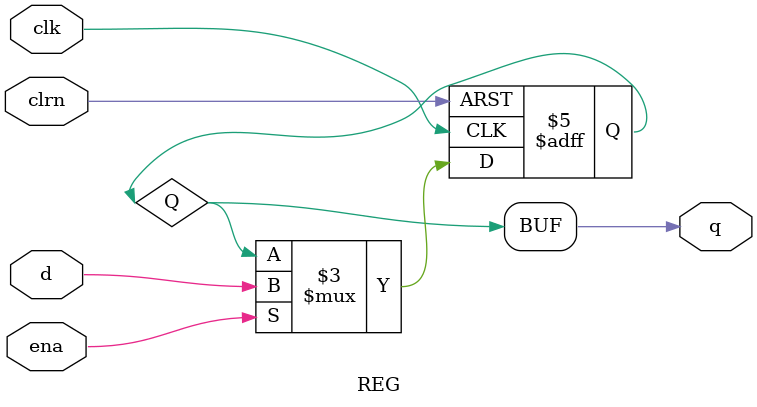
<source format=sv>
/*
 	Reg #(.W()) ?NAME?(.clk(),.ena(),.clrn(),.d(),.q());
*/
`timescale 1ns / 10ps
module REG
#(	parameter W = 1 )
(
	input bit		clk,
	input bit		ena,
	input bit		clrn,
	input bit		[W-1 : 0]d,
	output bit		[W-1 : 0]q
);

bit [W-1 : 0]Q;

genvar i;
generate 
	for (i = 0; i < W; i = i + 1) 
	begin : generate_dff

		always_ff @(posedge clk or negedge clrn)
		begin
			if(!clrn)
				Q[i] <= 1'b0;
			else if(ena)
				Q[i] <= d[i];
		end
    end
endgenerate
assign #1 q = Q;
endmodule:REG

</source>
